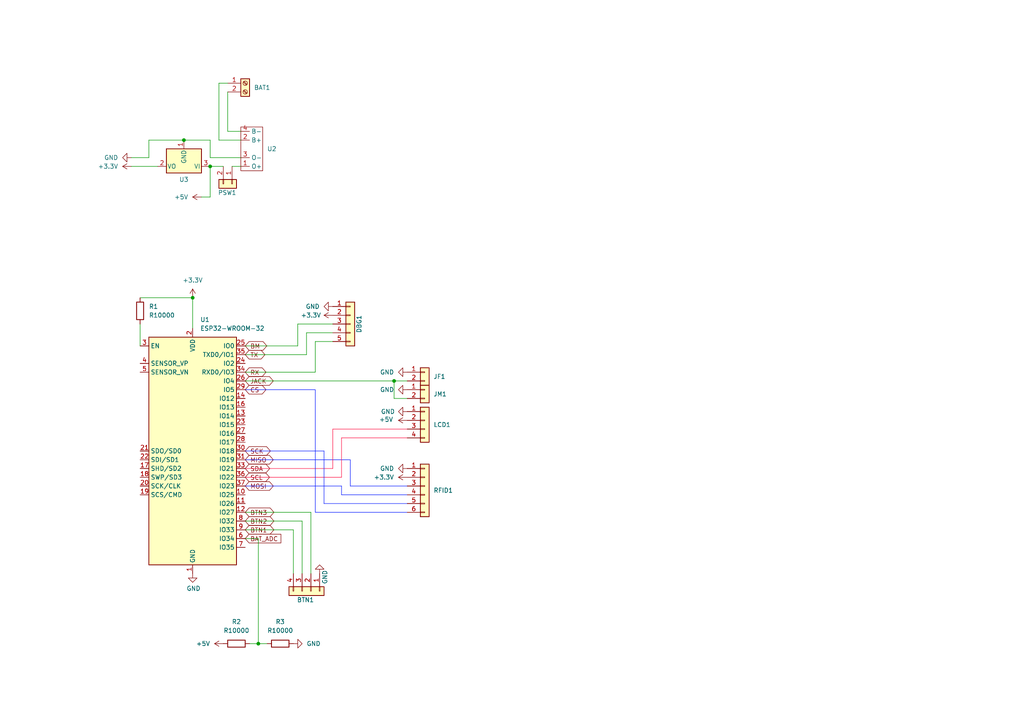
<source format=kicad_sch>
(kicad_sch (version 20231120) (generator "eeschema") (generator_version "8.0")
  (paper "A4")
  (lib_symbols
    (symbol "+3.3V_1" (power) (pin_numbers hide) (pin_names (offset 0) hide)
      (property "Value" "+3.3V" (at 0 3.556 0))
      (symbol "+3.3V_1_0_1"
        (polyline (pts (xy -0.762 1.27) (xy 0 2.54)))
        (polyline (pts (xy 0 0) (xy 0 2.54)))
        (polyline (pts (xy 0 2.54) (xy 0.762 1.27)))
      )
      (symbol "+3.3V_1_1_1"
        (pin power_in line (at 0 0 90) (length 0) (name "~") (number "1"))
      )
    )
    (symbol "+5V_1" (power) (pin_numbers hide) (pin_names (offset 0) hide)
      (property "Value" "+5V" (at 0 3.556 0))
      (symbol "+5V_1_0_1"
        (polyline (pts (xy -0.762 1.27) (xy 0 2.54)))
        (polyline (pts (xy 0 0) (xy 0 2.54)))
        (polyline (pts (xy 0 2.54) (xy 0.762 1.27)))
      )
      (symbol "+5V_1_1_1"
        (pin power_in line (at 0 0 90) (length 0) (name "~") (number "1"))
      )
    )
    (symbol "18650:18650"
      (property "Reference" "U" (at -8.89 -5.08 0))
      (property "Value" "18650" (at -5.08 -5.08 0))
      (symbol "18650_0_1"
        (rectangle (start -8.89 -6.35) (end -2.54 -19.05))
      )
      (symbol "18650_1_1"
        (pin output line (at -8.89 -17.78 0) (length 2.54) (name "O+") (number "1"))
        (pin input line (at -8.89 -10.16 0) (length 2.54) (name "B+") (number "2"))
        (pin output line (at -8.89 -15.24 0) (length 2.54) (name "O-") (number "3"))
        (pin input line (at -8.89 -7.62 0) (length 2.54) (name "B-") (number "4"))
      )
    )
    (symbol "Connector:Screw_Terminal_01x02" (pin_names (offset 1.016) hide)
      (property "Reference" "J" (at 0 2.54 0))
      (property "Value" "Screw_Terminal_01x02" (at 0 -5.08 0))
      (symbol "Screw_Terminal_01x02_1_1"
        (rectangle (start -1.27 1.27) (end 1.27 -3.81) (stroke (width 0.254)) (fill (type background)))
        (circle (center 0 -2.54) (radius 0.635) (stroke (width 0.1524)))
        (polyline (pts (xy -0.5334 -2.2098) (xy 0.3302 -3.048)) (stroke (width 0.1524)))
        (polyline (pts (xy -0.5334 0.3302) (xy 0.3302 -0.508)) (stroke (width 0.1524)))
        (polyline (pts (xy -0.3556 -2.032) (xy 0.508 -2.8702)) (stroke (width 0.1524)))
        (polyline (pts (xy -0.3556 0.508) (xy 0.508 -0.3302)) (stroke (width 0.1524)))
        (circle (center 0 0) (radius 0.635) (stroke (width 0.1524)))
        (pin passive line (at -5.08 0 0) (length 3.81) (name "Pin_1") (number "1"))
        (pin passive line (at -5.08 -2.54 0) (length 3.81) (name "Pin_2") (number "2"))
      )
    )
    (symbol "Connector_Generic:Conn_01x02" (pin_names (offset 1.016) hide)
      (property "Reference" "J" (at 0 2.54 0))
      (property "Value" "Conn_01x02" (at 0 -5.08 0))
      (symbol "Conn_01x02_1_1"
        (rectangle (start -1.27 -2.413) (end 0 -2.667) (stroke (width 0.1524)))
        (rectangle (start -1.27 0.127) (end 0 -0.127) (stroke (width 0.1524)))
        (rectangle (start -1.27 1.27) (end 1.27 -3.81) (stroke (width 0.254)) (fill (type background)))
        (pin passive line (at -5.08 0 0) (length 3.81) (name "Pin_1") (number "1"))
        (pin passive line (at -5.08 -2.54 0) (length 3.81) (name "Pin_2") (number "2"))
      )
    )
    (symbol "Connector_Generic:Conn_01x04" (pin_names (offset 1.016) hide)
      (property "Reference" "J" (at 0 5.08 0))
      (property "Value" "Conn_01x04" (at 0 -7.62 0))
      (symbol "Conn_01x04_1_1"
        (rectangle (start -1.27 -4.953) (end 0 -5.207) (stroke (width 0.1524)))
        (rectangle (start -1.27 -2.413) (end 0 -2.667) (stroke (width 0.1524)))
        (rectangle (start -1.27 0.127) (end 0 -0.127) (stroke (width 0.1524)))
        (rectangle (start -1.27 2.667) (end 0 2.413) (stroke (width 0.1524)))
        (rectangle (start -1.27 3.81) (end 1.27 -6.35) (stroke (width 0.254)) (fill (type background)))
        (pin passive line (at -5.08 2.54 0) (length 3.81) (name "Pin_1") (number "1"))
        (pin passive line (at -5.08 0 0) (length 3.81) (name "Pin_2") (number "2"))
        (pin passive line (at -5.08 -2.54 0) (length 3.81) (name "Pin_3") (number "3"))
        (pin passive line (at -5.08 -5.08 0) (length 3.81) (name "Pin_4") (number "4"))
      )
    )
    (symbol "Connector_Generic:Conn_01x05" (pin_names (offset 1.016) hide)
      (property "Reference" "J" (at 0 7.62 0))
      (property "Value" "Conn_01x05" (at 0 -7.62 0))
      (symbol "Conn_01x05_1_1"
        (rectangle (start -1.27 -4.953) (end 0 -5.207) (stroke (width 0.1524)))
        (rectangle (start -1.27 -2.413) (end 0 -2.667) (stroke (width 0.1524)))
        (rectangle (start -1.27 0.127) (end 0 -0.127) (stroke (width 0.1524)))
        (rectangle (start -1.27 2.667) (end 0 2.413) (stroke (width 0.1524)))
        (rectangle (start -1.27 5.207) (end 0 4.953) (stroke (width 0.1524)))
        (rectangle (start -1.27 6.35) (end 1.27 -6.35) (stroke (width 0.254)) (fill (type background)))
        (pin passive line (at -5.08 5.08 0) (length 3.81) (name "Pin_1") (number "1"))
        (pin passive line (at -5.08 2.54 0) (length 3.81) (name "Pin_2") (number "2"))
        (pin passive line (at -5.08 0 0) (length 3.81) (name "Pin_3") (number "3"))
        (pin passive line (at -5.08 -2.54 0) (length 3.81) (name "Pin_4") (number "4"))
        (pin passive line (at -5.08 -5.08 0) (length 3.81) (name "Pin_5") (number "5"))
      )
    )
    (symbol "Connector_Generic:Conn_01x06" (pin_names (offset 1.016) hide)
      (property "Reference" "J" (at 0 7.62 0))
      (property "Value" "Conn_01x06" (at 0 -10.16 0))
      (symbol "Conn_01x06_1_1"
        (rectangle (start -1.27 -7.493) (end 0 -7.747) (stroke (width 0.1524)))
        (rectangle (start -1.27 -4.953) (end 0 -5.207) (stroke (width 0.1524)))
        (rectangle (start -1.27 -2.413) (end 0 -2.667) (stroke (width 0.1524)))
        (rectangle (start -1.27 0.127) (end 0 -0.127) (stroke (width 0.1524)))
        (rectangle (start -1.27 2.667) (end 0 2.413) (stroke (width 0.1524)))
        (rectangle (start -1.27 5.207) (end 0 4.953) (stroke (width 0.1524)))
        (rectangle (start -1.27 6.35) (end 1.27 -8.89) (stroke (width 0.254)) (fill (type background)))
        (pin passive line (at -5.08 5.08 0) (length 3.81) (name "Pin_1") (number "1"))
        (pin passive line (at -5.08 2.54 0) (length 3.81) (name "Pin_2") (number "2"))
        (pin passive line (at -5.08 0 0) (length 3.81) (name "Pin_3") (number "3"))
        (pin passive line (at -5.08 -2.54 0) (length 3.81) (name "Pin_4") (number "4"))
        (pin passive line (at -5.08 -5.08 0) (length 3.81) (name "Pin_5") (number "5"))
        (pin passive line (at -5.08 -7.62 0) (length 3.81) (name "Pin_6") (number "6"))
      )
    )
    (symbol "Device:R" (pin_numbers hide) (pin_names (offset 0))
      (property "Reference" "R" (at 2.032 0 90))
      (property "Value" "R" (at 0 0 90))
      (symbol "R_0_1"
        (rectangle (start -1.016 -2.54) (end 1.016 2.54) (stroke (width 0.254)))
      )
      (symbol "R_1_1"
        (pin passive line (at 0 3.81 270) (length 1.27) (name "~") (number "1"))
        (pin passive line (at 0 -3.81 90) (length 1.27) (name "~") (number "2"))
      )
    )
    (symbol "GND_1" (power) (pin_numbers hide) (pin_names (offset 0) hide)
      (property "Value" "GND" (at 0 -3.81 0))
      (symbol "GND_1_0_1"
        (polyline (pts (xy 0 0) (xy 0 -1.27) (xy 1.27 -1.27) (xy 0 -2.54) (xy -1.27 -1.27) (xy 0 -1.27)))
      )
      (symbol "GND_1_1_1"
        (pin power_in line (at 0 0 270) (length 0) (name "~") (number "1"))
      )
    )
    (symbol "RF_Module:ESP32-WROOM-32"
      (property "Reference" "U" (at -12.7 34.29 0))
      (property "Value" "ESP32-WROOM-32" (at 1.27 34.29 0))
      (symbol "ESP32-WROOM-32_0_1"
        (rectangle (start -12.7 33.02) (end 12.7 -33.02) (stroke (width 0.254)) (fill (type background)))
      )
      (symbol "ESP32-WROOM-32_1_1"
        (pin power_in line (at 0 -35.56 90) (length 2.54) (name "GND") (number "1"))
        (pin bidirectional line (at 15.24 -12.7 180) (length 2.54) (name "IO25") (number "10"))
        (pin bidirectional line (at 15.24 -15.24 180) (length 2.54) (name "IO26") (number "11"))
        (pin bidirectional line (at 15.24 -17.78 180) (length 2.54) (name "IO27") (number "12"))
        (pin bidirectional line (at 15.24 10.16 180) (length 2.54) (name "IO14") (number "13"))
        (pin bidirectional line (at 15.24 15.24 180) (length 2.54) (name "IO12") (number "14"))
        (pin passive line (at 0 -35.56 90) (length 2.54) hide (name "GND") (number "15"))
        (pin bidirectional line (at 15.24 12.7 180) (length 2.54) (name "IO13") (number "16"))
        (pin bidirectional line (at -15.24 -5.08 0) (length 2.54) (name "SHD/SD2") (number "17"))
        (pin bidirectional line (at -15.24 -7.62 0) (length 2.54) (name "SWP/SD3") (number "18"))
        (pin bidirectional line (at -15.24 -12.7 0) (length 2.54) (name "SCS/CMD") (number "19"))
        (pin power_in line (at 0 35.56 270) (length 2.54) (name "VDD") (number "2"))
        (pin bidirectional line (at -15.24 -10.16 0) (length 2.54) (name "SCK/CLK") (number "20"))
        (pin bidirectional line (at -15.24 0 0) (length 2.54) (name "SDO/SD0") (number "21"))
        (pin bidirectional line (at -15.24 -2.54 0) (length 2.54) (name "SDI/SD1") (number "22"))
        (pin bidirectional line (at 15.24 7.62 180) (length 2.54) (name "IO15") (number "23"))
        (pin bidirectional line (at 15.24 25.4 180) (length 2.54) (name "IO2") (number "24"))
        (pin bidirectional line (at 15.24 30.48 180) (length 2.54) (name "IO0") (number "25"))
        (pin bidirectional line (at 15.24 20.32 180) (length 2.54) (name "IO4") (number "26"))
        (pin bidirectional line (at 15.24 5.08 180) (length 2.54) (name "IO16") (number "27"))
        (pin bidirectional line (at 15.24 2.54 180) (length 2.54) (name "IO17") (number "28"))
        (pin bidirectional line (at 15.24 17.78 180) (length 2.54) (name "IO5") (number "29"))
        (pin input line (at -15.24 30.48 0) (length 2.54) (name "EN") (number "3"))
        (pin bidirectional line (at 15.24 0 180) (length 2.54) (name "IO18") (number "30"))
        (pin bidirectional line (at 15.24 -2.54 180) (length 2.54) (name "IO19") (number "31"))
        (pin no_connect line (at -12.7 -27.94 0) (length 2.54) hide (name "NC") (number "32"))
        (pin bidirectional line (at 15.24 -5.08 180) (length 2.54) (name "IO21") (number "33"))
        (pin bidirectional line (at 15.24 22.86 180) (length 2.54) (name "RXD0/IO3") (number "34"))
        (pin bidirectional line (at 15.24 27.94 180) (length 2.54) (name "TXD0/IO1") (number "35"))
        (pin bidirectional line (at 15.24 -7.62 180) (length 2.54) (name "IO22") (number "36"))
        (pin bidirectional line (at 15.24 -10.16 180) (length 2.54) (name "IO23") (number "37"))
        (pin passive line (at 0 -35.56 90) (length 2.54) hide (name "GND") (number "38"))
        (pin passive line (at 0 -35.56 90) (length 2.54) hide (name "GND") (number "39"))
        (pin input line (at -15.24 25.4 0) (length 2.54) (name "SENSOR_VP") (number "4"))
        (pin input line (at -15.24 22.86 0) (length 2.54) (name "SENSOR_VN") (number "5"))
        (pin input line (at 15.24 -25.4 180) (length 2.54) (name "IO34") (number "6"))
        (pin input line (at 15.24 -27.94 180) (length 2.54) (name "IO35") (number "7"))
        (pin bidirectional line (at 15.24 -20.32 180) (length 2.54) (name "IO32") (number "8"))
        (pin bidirectional line (at 15.24 -22.86 180) (length 2.54) (name "IO33") (number "9"))
      )
    )
    (symbol "Regulator_Linear:AMS1117-3.3" (pin_names (offset 0.254))
      (property "Reference" "U" (at -3.81 3.175 0))
      (property "Value" "AMS1117-3.3" (at 0 3.175 0))
      (symbol "AMS1117-3.3_0_1"
        (rectangle (start -5.08 -5.08) (end 5.08 1.905) (stroke (width 0.254)) (fill (type background)))
      )
      (symbol "AMS1117-3.3_1_1"
        (pin power_in line (at 0 -7.62 90) (length 2.54) (name "GND") (number "1"))
        (pin power_out line (at 7.62 0 180) (length 2.54) (name "VO") (number "2"))
        (pin power_in line (at -7.62 0 0) (length 2.54) (name "VI") (number "3"))
      )
    )
    (symbol "power:+3.3V" (power) (pin_names (offset 0))
      (property "Value" "+3.3V" (at 0 3.556 0))
      (symbol "+3.3V_0_1"
        (polyline (pts (xy -0.762 1.27) (xy 0 2.54)))
        (polyline (pts (xy 0 0) (xy 0 2.54)))
        (polyline (pts (xy 0 2.54) (xy 0.762 1.27)))
      )
      (symbol "+3.3V_1_1"
        (pin power_in line (at 0 0 90) (length 0) hide (name "+3.3V") (number "1"))
      )
    )
    (symbol "power:+5V" (power) (pin_names (offset 0))
      (property "Value" "+5V" (at 0 3.556 0))
      (symbol "+5V_0_1"
        (polyline (pts (xy -0.762 1.27) (xy 0 2.54)))
        (polyline (pts (xy 0 0) (xy 0 2.54)))
        (polyline (pts (xy 0 2.54) (xy 0.762 1.27)))
      )
      (symbol "+5V_1_1"
        (pin power_in line (at 0 0 90) (length 0) hide (name "+5V") (number "1"))
      )
    )
    (symbol "power:GND" (power) (pin_names (offset 0))
      (property "Value" "GND" (at 0 -3.81 0))
      (symbol "GND_0_1"
        (polyline (pts (xy 0 0) (xy 0 -1.27) (xy 1.27 -1.27) (xy 0 -2.54) (xy -1.27 -1.27) (xy 0 -1.27)))
      )
      (symbol "GND_1_1"
        (pin power_in line (at 0 0 270) (length 0) hide (name "GND") (number "1"))
      )
    )
  )
  (junction (at 74.93 186.69))
  (junction (at 114.3 110.49))
  (junction (at 60.96 48.26))
  (junction (at 55.88 86.36))
  (junction (at 53.34 40.64))
  (wire (pts (xy 118.11 115.57) (xy 114.3 115.57)))
  (wire (pts (xy 69.85 45.72) (xy 60.96 45.72)))
  (wire (pts (xy 101.6 140.97) (xy 118.11 140.97)) (stroke (width 0) (color 10 29 255 1)))
  (wire (pts (xy 91.44 99.06) (xy 91.44 107.95)))
  (wire (pts (xy 118.11 148.59) (xy 91.44 148.59)) (stroke (width 0) (color 10 29 255 1)))
  (wire (pts (xy 91.44 99.06) (xy 96.52 99.06)))
  (wire (pts (xy 93.98 146.05) (xy 118.11 146.05)) (stroke (width 0) (color 10 29 255 1)))
  (wire (pts (xy 71.12 100.33) (xy 86.36 100.33)))
  (wire (pts (xy 71.12 102.87) (xy 88.9 102.87)))
  (wire (pts (xy 91.44 148.59) (xy 91.44 113.03)) (stroke (width 0) (color 10 29 255 1)))
  (wire (pts (xy 91.44 107.95) (xy 71.12 107.95)))
  (wire (pts (xy 43.18 40.64) (xy 43.18 45.72)))
  (wire (pts (xy 63.5 40.64) (xy 63.5 24.13)))
  (wire (pts (xy 85.09 153.67) (xy 85.09 166.37)))
  (wire (pts (xy 55.88 86.36) (xy 55.88 95.25)))
  (wire (pts (xy 74.93 186.69) (xy 72.39 186.69)))
  (wire (pts (xy 40.64 86.36) (xy 55.88 86.36)))
  (wire (pts (xy 88.9 102.87) (xy 88.9 96.52)))
  (wire (pts (xy 38.1 48.26) (xy 45.72 48.26)))
  (wire (pts (xy 53.34 40.64) (xy 43.18 40.64)))
  (wire (pts (xy 118.11 127) (xy 99.06 127)) (stroke (width 0) (color 255 20 70 1)))
  (wire (pts (xy 71.12 110.49) (xy 114.3 110.49)))
  (wire (pts (xy 90.17 148.59) (xy 90.17 166.37)))
  (wire (pts (xy 99.06 143.51) (xy 118.11 143.51)) (stroke (width 0) (color 10 29 255 1)))
  (wire (pts (xy 71.12 130.81) (xy 93.98 130.81)) (stroke (width 0) (color 10 29 255 1)))
  (wire (pts (xy 40.64 93.98) (xy 40.64 100.33)))
  (wire (pts (xy 67.31 48.26) (xy 69.85 48.26)))
  (wire (pts (xy 69.85 40.64) (xy 63.5 40.64)))
  (wire (pts (xy 88.9 96.52) (xy 96.52 96.52)))
  (wire (pts (xy 101.6 133.35) (xy 101.6 140.97)) (stroke (width 0) (color 10 29 255 1)))
  (wire (pts (xy 74.93 156.21) (xy 74.93 186.69)))
  (wire (pts (xy 91.44 113.03) (xy 71.12 113.03)) (stroke (width 0) (color 10 29 255 1)))
  (wire (pts (xy 71.12 140.97) (xy 99.06 140.97)) (stroke (width 0) (color 10 29 255 1)))
  (wire (pts (xy 87.63 151.13) (xy 87.63 166.37)))
  (wire (pts (xy 58.42 57.15) (xy 60.96 57.15)))
  (wire (pts (xy 38.1 45.72) (xy 43.18 45.72)))
  (wire (pts (xy 96.52 124.46) (xy 96.52 135.89)) (stroke (width 0) (color 255 20 70 1)))
  (wire (pts (xy 71.12 151.13) (xy 87.63 151.13)))
  (wire (pts (xy 93.98 130.81) (xy 93.98 146.05)) (stroke (width 0) (color 10 29 255 1)))
  (wire (pts (xy 71.12 133.35) (xy 101.6 133.35)) (stroke (width 0) (color 10 29 255 1)))
  (wire (pts (xy 99.06 127) (xy 99.06 138.43)) (stroke (width 0) (color 255 20 70 1)))
  (wire (pts (xy 71.12 156.21) (xy 74.93 156.21)))
  (wire (pts (xy 114.3 110.49) (xy 118.11 110.49)))
  (wire (pts (xy 86.36 100.33) (xy 86.36 93.98)))
  (wire (pts (xy 66.04 38.1) (xy 69.85 38.1)))
  (wire (pts (xy 71.12 138.43) (xy 99.06 138.43)) (stroke (width 0) (color 255 20 70 1)))
  (wire (pts (xy 66.04 26.67) (xy 66.04 38.1)))
  (wire (pts (xy 114.3 115.57) (xy 114.3 110.49)))
  (wire (pts (xy 63.5 24.13) (xy 66.04 24.13)))
  (wire (pts (xy 86.36 93.98) (xy 96.52 93.98)))
  (wire (pts (xy 96.52 135.89) (xy 71.12 135.89)) (stroke (width 0) (color 255 20 70 1)))
  (wire (pts (xy 60.96 45.72) (xy 60.96 40.64)))
  (wire (pts (xy 60.96 48.26) (xy 64.77 48.26)))
  (wire (pts (xy 118.11 124.46) (xy 96.52 124.46)) (stroke (width 0) (color 255 20 70 1)))
  (wire (pts (xy 77.47 186.69) (xy 74.93 186.69)))
  (wire (pts (xy 99.06 140.97) (xy 99.06 143.51)) (stroke (width 0) (color 10 29 255 1)))
  (wire (pts (xy 71.12 153.67) (xy 85.09 153.67)))
  (wire (pts (xy 71.12 148.59) (xy 90.17 148.59)))
  (wire (pts (xy 60.96 40.64) (xy 53.34 40.64)))
  (wire (pts (xy 60.96 48.26) (xy 60.96 57.15)))
  (global_label "MISO" (shape bidirectional) (at 71.12 133.35 0) (property "Intersheetrefs" "${INTERSHEET_REFS}" (effects (hide yes))))
  (global_label "BTN1" (shape bidirectional) (at 71.12 153.67 0) (property "Intersheetrefs" "${INTERSHEET_REFS}" (effects (hide yes))))
  (global_label "BTN3" (shape bidirectional) (at 71.12 148.59 0) (property "Intersheetrefs" "${INTERSHEET_REFS}" (effects (hide yes))))
  (global_label "SCK" (shape bidirectional) (at 71.12 130.81 0) (property "Intersheetrefs" "${INTERSHEET_REFS}" (effects (hide yes))))
  (global_label "TX" (shape bidirectional) (at 71.12 102.87 0) (property "Intersheetrefs" "${INTERSHEET_REFS}" (effects (hide yes))))
  (global_label "BM" (shape bidirectional) (at 71.12 100.33 0) (property "Intersheetrefs" "${INTERSHEET_REFS}" (effects (hide yes))))
  (global_label "MOSI" (shape bidirectional) (at 71.12 140.97 0) (property "Intersheetrefs" "${INTERSHEET_REFS}" (effects (hide yes))))
  (global_label "BAT_ADC" (shape input) (at 71.12 156.21 0) (property "Intersheetrefs" "${INTERSHEET_REFS}" (effects (hide yes))))
  (global_label "BTN2" (shape bidirectional) (at 71.12 151.13 0) (property "Intersheetrefs" "${INTERSHEET_REFS}" (effects (hide yes))))
  (global_label "RX" (shape bidirectional) (at 71.12 107.95 0) (property "Intersheetrefs" "${INTERSHEET_REFS}" (effects (hide yes))))
  (global_label "SCL" (shape bidirectional) (at 71.12 138.43 0) (property "Intersheetrefs" "${INTERSHEET_REFS}" (effects (hide yes))))
  (global_label "CS" (shape bidirectional) (at 71.12 113.03 0) (property "Intersheetrefs" "${INTERSHEET_REFS}" (effects (hide yes))))
  (global_label "SDA" (shape bidirectional) (at 71.12 135.89 0) (property "Intersheetrefs" "${INTERSHEET_REFS}" (effects (hide yes))))
  (global_label "JACK" (shape bidirectional) (at 71.12 110.49 0) (property "Intersheetrefs" "${INTERSHEET_REFS}" (effects (hide yes))))
  (symbol (lib_id "power:+3.3V") (at 38.1 48.26 90) (unit 1)
    (property "Reference" "#PWR0111" (effects (hide yes)))
    (property "Value" "+3.3V" (at 34.29 48.2599 90) (effects (justify left)))
  )
  (symbol (lib_name "+3.3V_1") (lib_id "power:+3.3V") (at 55.88 86.36 0) (unit 1)
    (property "Reference" "#PWR01" (effects (hide yes)))
    (property "Value" "+3.3V" (at 55.88 81.28 0))
    (property "Description" "Power symbol creates a global label with name \"+3.3V\"" (effects (hide yes)))
  )
  (symbol (lib_id "RF_Module:ESP32-WROOM-32") (at 55.88 130.81 0) (unit 1)
    (property "Reference" "U1" (at 58.0741 92.71 0) (effects (justify left)))
    (property "Value" "ESP32-WROOM-32" (at 58.0741 95.25 0) (effects (justify left)))
    (property "Footprint" "RF_Module:ESP32-WROOM-32" (effects (hide yes)))
    (property "Datasheet" "https://www.espressif.com/sites/default/files/documentation/esp32-wroom-32_datasheet_en.pdf" (effects (hide yes)))
    (property "Description" "RF Module, ESP32-D0WDQ6 SoC, Wi-Fi 802.11b/g/n, Bluetooth, BLE, 32-bit, 2.7-3.6V, onboard antenna, SMD" (effects (hide yes)))
  )
  (symbol (lib_id "power:+5V") (at 118.11 121.92 90) (unit 1)
    (property "Reference" "#PWR04" (effects (hide yes)))
    (property "Value" "+5V" (at 114.046 121.666 90) (effects (justify left)))
  )
  (symbol (lib_id "Connector_Generic:Conn_01x06") (at 123.19 140.97 0) (unit 1)
    (property "Reference" "RFID1" (at 125.73 142.24 0) (effects (justify left)))
    (property "Value" "RFID" (effects (hide yes)))
    (property "Footprint" "Connector_PinHeader_2.54mm:PinHeader_1x06_P2.54mm_Vertical" (effects (hide yes)))
  )
  (symbol (lib_id "Connector_Generic:Conn_01x02") (at 67.31 53.34 270) (unit 1)
    (property "Reference" "PSW1" (at 68.58 55.88 90) (effects (justify right)))
    (property "Value" "POWER_SW" (effects (hide yes)))
    (property "Footprint" "Connector_PinHeader_2.54mm:PinHeader_1x02_P2.54mm_Vertical" (effects (hide yes)))
  )
  (symbol (lib_id "Connector_Generic:Conn_01x05") (at 101.6 93.98 0) (unit 1)
    (property "Reference" "DBG1" (at 104.14 93.98 90))
    (property "Value" "Conn_01x05" (effects (hide yes)))
    (property "Footprint" "Connector_PinHeader_2.00mm:PinHeader_1x05_P2.00mm_Vertical" (effects (hide yes)))
  )
  (symbol (lib_name "GND_1") (lib_id "power:GND") (at 85.09 186.69 90) (unit 1)
    (property "Reference" "#PWR08" (effects (hide yes)))
    (property "Value" "GND" (at 88.9 186.6899 90) (effects (justify right)))
    (property "Description" "Power symbol creates a global label with name \"GND\" , ground" (effects (hide yes)))
  )
  (symbol (lib_id "Device:R") (at 81.28 186.69 90) (unit 1)
    (property "Reference" "R3" (at 81.28 180.34 90))
    (property "Value" "R10000" (at 81.28 182.88 90))
    (property "Footprint" "Resistor_SMD:R_0805_2012Metric_Pad1.20x1.40mm_HandSolder" (effects (hide yes)))
  )
  (symbol (lib_id "power:GND") (at 96.52 88.9 270) (unit 1)
    (property "Reference" "#PWR0102" (effects (hide yes)))
    (property "Value" "GND" (at 90.678 88.9 90))
  )
  (symbol (lib_id "power:GND") (at 118.11 113.03 270) (unit 1)
    (property "Reference" "#PWR0108" (effects (hide yes)))
    (property "Value" "GND" (at 114.3 113.0299 90) (effects (justify right)))
  )
  (symbol (lib_id "power:GND") (at 38.1 45.72 270) (unit 1)
    (property "Reference" "#PWR0110" (effects (hide yes)))
    (property "Value" "GND" (at 34.29 45.7199 90) (effects (justify right)))
  )
  (symbol (lib_id "power:GND") (at 92.71 166.37 180) (unit 1)
    (property "Reference" "#PWR02" (effects (hide yes)))
    (property "Value" "GND" (at 94.234 167.386 90))
  )
  (symbol (lib_id "Device:R") (at 68.58 186.69 90) (unit 1)
    (property "Reference" "R2" (at 68.58 180.34 90))
    (property "Value" "R10000" (at 68.58 182.88 90))
    (property "Footprint" "Resistor_SMD:R_0805_2012Metric_Pad1.20x1.40mm_HandSolder" (effects (hide yes)))
  )
  (symbol (lib_id "power:GND") (at 55.88 166.37 0) (unit 1)
    (property "Reference" "#PWR06" (effects (hide yes)))
    (property "Value" "GND" (at 56.134 170.688 0))
  )
  (symbol (lib_id "power:GND") (at 118.11 119.38 270) (unit 1)
    (property "Reference" "#PWR0107" (effects (hide yes)))
    (property "Value" "GND" (at 114.554 119.38 90) (effects (justify right)))
  )
  (symbol (lib_id "Connector_Generic:Conn_01x04") (at 90.17 171.45 270) (unit 1)
    (property "Reference" "BTN1" (at 86.106 173.99 90) (effects (justify left)))
    (property "Value" "Conn_01x04" (effects (hide yes)))
    (property "Footprint" "Connector_PinHeader_2.54mm:PinHeader_1x04_P2.54mm_Vertical" (effects (hide yes)))
    (property "Description" "Generic connector, single row, 01x04, script generated (kicad-library-utils/schlib/autogen/connector/)" (effects (hide yes)))
  )
  (symbol (lib_name "+5V_1") (lib_id "power:+5V") (at 64.77 186.69 90) (unit 1)
    (property "Reference" "#PWR07" (effects (hide yes)))
    (property "Value" "+5V" (at 60.96 186.6899 90) (effects (justify left)))
    (property "Description" "Power symbol creates a global label with name \"+5V\"" (effects (hide yes)))
  )
  (symbol (lib_id "power:+5V") (at 58.42 57.15 90) (unit 1)
    (property "Reference" "#PWR03" (effects (hide yes)))
    (property "Value" "+5V" (at 54.61 57.15 90) (effects (justify left)))
  )
  (symbol (lib_id "Connector_Generic:Conn_01x04") (at 123.19 121.92 0) (unit 1)
    (property "Reference" "LCD1" (at 125.73 123.19 0) (effects (justify left)))
    (property "Value" "LCD" (effects (hide yes)))
    (property "Footprint" "Connector_PinHeader_2.54mm:PinHeader_1x04_P2.54mm_Vertical" (effects (hide yes)))
  )
  (symbol (lib_id "power:GND") (at 118.11 107.95 270) (unit 1)
    (property "Reference" "#PWR0109" (effects (hide yes)))
    (property "Value" "GND" (at 114.3 107.9499 90) (effects (justify right)))
  )
  (symbol (lib_id "Connector_Generic:Conn_01x02") (at 123.19 113.03 0) (unit 1)
    (property "Reference" "JM1" (at 125.73 114.3 0) (effects (justify left)))
    (property "Value" "JACK_MALE" (effects (hide yes)))
    (property "Footprint" "Connector_PinHeader_2.54mm:PinHeader_1x02_P2.54mm_Vertical" (effects (hide yes)))
  )
  (symbol (lib_id "Connector:Screw_Terminal_01x02") (at 71.12 24.13 0) (unit 1)
    (property "Reference" "BAT1" (at 73.66 25.4 0) (effects (justify left)))
    (property "Value" "Screw_Terminal_01x02" (effects (hide yes)))
    (property "Footprint" "TerminalBlock_4Ucon:TerminalBlock_4Ucon_1x02_P3.50mm_Horizontal" (effects (hide yes)))
  )
  (symbol (lib_id "Device:R") (at 40.64 90.17 0) (unit 1)
    (property "Reference" "R1" (at 43.18 88.8999 0) (effects (justify left)))
    (property "Value" "R10000" (at 43.18 91.4399 0) (effects (justify left)))
    (property "Footprint" "Resistor_SMD:R_0805_2012Metric_Pad1.20x1.40mm_HandSolder" (effects (hide yes)))
  )
  (symbol (lib_id "Regulator_Linear:AMS1117-3.3") (at 53.34 48.26 180) (unit 1)
    (property "Reference" "U3" (at 53.34 52.07 0))
    (property "Value" "AMS1117-3.3" (effects (hide yes)))
    (property "Footprint" "Package_TO_SOT_SMD:SOT-223-3_TabPin2" (effects (hide yes)))
    (property "Datasheet" "http://www.advanced-monolithic.com/pdf/ds1117.pdf" (effects (hide yes)))
  )
  (symbol (lib_id "power:GND") (at 118.11 135.89 270) (unit 1)
    (property "Reference" "#PWR0104" (effects (hide yes)))
    (property "Value" "GND" (at 114.3 135.8899 90) (effects (justify right)))
  )
  (symbol (lib_id "power:+3.3V") (at 118.11 138.43 90) (unit 1)
    (property "Reference" "#PWR0106" (effects (hide yes)))
    (property "Value" "+3.3V" (at 114.3 138.4299 90) (effects (justify left)))
  )
  (symbol (lib_id "power:+3.3V") (at 96.52 91.44 90) (unit 1)
    (property "Reference" "#PWR05" (effects (hide yes)))
    (property "Value" "+3.3V" (at 90.17 91.44 90))
  )
  (symbol (lib_id "18650:18650") (at 78.74 30.48 0) (unit 1)
    (property "Reference" "U2" (at 77.47 43.18 0) (effects (justify left)))
    (property "Value" "18650" (effects (hide yes)))
    (property "Footprint" "18650:18650usbc" (effects (hide yes)))
  )
  (symbol (lib_id "Connector_Generic:Conn_01x02") (at 123.19 107.95 0) (unit 1)
    (property "Reference" "JF1" (at 125.73 109.22 0) (effects (justify left)))
    (property "Value" "JACK_FEMALE" (effects (hide yes)))
    (property "Footprint" "Connector_PinHeader_2.54mm:PinHeader_1x02_P2.54mm_Vertical" (effects (hide yes)))
  )
)
</source>
